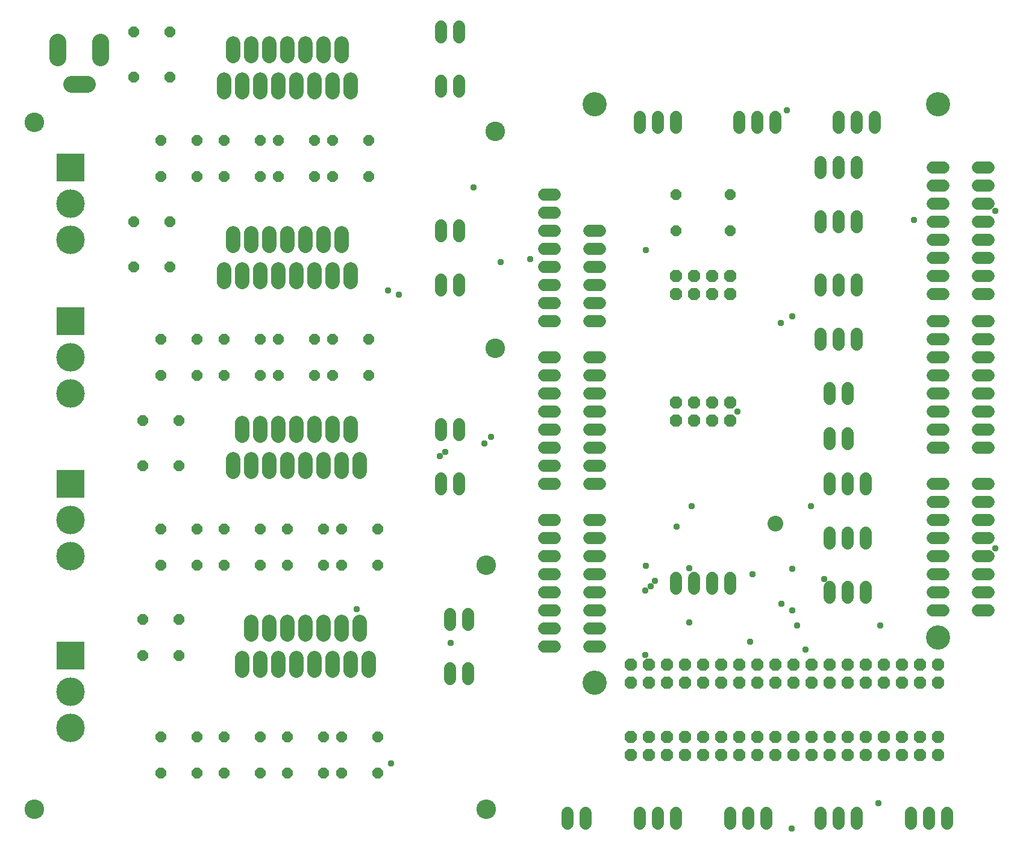
<source format=gbs>
G75*
%MOIN*%
%OFA0B0*%
%FSLAX25Y25*%
%IPPOS*%
%LPD*%
%AMOC8*
5,1,8,0,0,1.08239X$1,22.5*
%
%ADD10C,0.10800*%
%ADD11C,0.06800*%
%ADD12OC8,0.06000*%
%ADD13OC8,0.06800*%
%ADD14C,0.07887*%
%ADD15C,0.13398*%
%ADD16C,0.08674*%
%ADD17R,0.15800X0.15800*%
%ADD18C,0.15800*%
%ADD19C,0.09400*%
%ADD20C,0.03778*%
D10*
X0021300Y0021300D03*
X0271300Y0021300D03*
X0271300Y0156300D03*
X0276300Y0276300D03*
X0276300Y0396300D03*
X0021300Y0401300D03*
D11*
X0246300Y0418300D02*
X0246300Y0424300D01*
X0256300Y0424300D02*
X0256300Y0418300D01*
X0256300Y0448300D02*
X0256300Y0454300D01*
X0246300Y0454300D02*
X0246300Y0448300D01*
X0303300Y0361300D02*
X0309300Y0361300D01*
X0309300Y0351300D02*
X0303300Y0351300D01*
X0303300Y0341300D02*
X0309300Y0341300D01*
X0309300Y0331300D02*
X0303300Y0331300D01*
X0303300Y0321300D02*
X0309300Y0321300D01*
X0309300Y0311300D02*
X0303300Y0311300D01*
X0303300Y0301300D02*
X0309300Y0301300D01*
X0309300Y0291300D02*
X0303300Y0291300D01*
X0303300Y0271300D02*
X0309300Y0271300D01*
X0309300Y0261300D02*
X0303300Y0261300D01*
X0303300Y0251300D02*
X0309300Y0251300D01*
X0309300Y0241300D02*
X0303300Y0241300D01*
X0303300Y0231300D02*
X0309300Y0231300D01*
X0309300Y0221300D02*
X0303300Y0221300D01*
X0303300Y0211300D02*
X0309300Y0211300D01*
X0309300Y0201300D02*
X0303300Y0201300D01*
X0303300Y0181300D02*
X0309300Y0181300D01*
X0309300Y0171300D02*
X0303300Y0171300D01*
X0303300Y0161300D02*
X0309300Y0161300D01*
X0309300Y0151300D02*
X0303300Y0151300D01*
X0303300Y0141300D02*
X0309300Y0141300D01*
X0309300Y0131300D02*
X0303300Y0131300D01*
X0303300Y0121300D02*
X0309300Y0121300D01*
X0309300Y0111300D02*
X0303300Y0111300D01*
X0328300Y0111300D02*
X0334300Y0111300D01*
X0334300Y0121300D02*
X0328300Y0121300D01*
X0328300Y0131300D02*
X0334300Y0131300D01*
X0334300Y0141300D02*
X0328300Y0141300D01*
X0328300Y0151300D02*
X0334300Y0151300D01*
X0334300Y0161300D02*
X0328300Y0161300D01*
X0328300Y0171300D02*
X0334300Y0171300D01*
X0334300Y0181300D02*
X0328300Y0181300D01*
X0328300Y0201300D02*
X0334300Y0201300D01*
X0334300Y0211300D02*
X0328300Y0211300D01*
X0328300Y0221300D02*
X0334300Y0221300D01*
X0334300Y0231300D02*
X0328300Y0231300D01*
X0328300Y0241300D02*
X0334300Y0241300D01*
X0334300Y0251300D02*
X0328300Y0251300D01*
X0328300Y0261300D02*
X0334300Y0261300D01*
X0334300Y0271300D02*
X0328300Y0271300D01*
X0328300Y0291300D02*
X0334300Y0291300D01*
X0334300Y0301300D02*
X0328300Y0301300D01*
X0328300Y0311300D02*
X0334300Y0311300D01*
X0334300Y0321300D02*
X0328300Y0321300D01*
X0328300Y0331300D02*
X0334300Y0331300D01*
X0334300Y0341300D02*
X0328300Y0341300D01*
X0356300Y0398300D02*
X0356300Y0404300D01*
X0366300Y0404300D02*
X0366300Y0398300D01*
X0376300Y0398300D02*
X0376300Y0404300D01*
X0411300Y0404300D02*
X0411300Y0398300D01*
X0421300Y0398300D02*
X0421300Y0404300D01*
X0431300Y0404300D02*
X0431300Y0398300D01*
X0456300Y0379300D02*
X0456300Y0373300D01*
X0466300Y0373300D02*
X0466300Y0379300D01*
X0476300Y0379300D02*
X0476300Y0373300D01*
X0476300Y0349300D02*
X0476300Y0343300D01*
X0466300Y0343300D02*
X0466300Y0349300D01*
X0456300Y0349300D02*
X0456300Y0343300D01*
X0456300Y0314300D02*
X0456300Y0308300D01*
X0466300Y0308300D02*
X0466300Y0314300D01*
X0476300Y0314300D02*
X0476300Y0308300D01*
X0476300Y0284300D02*
X0476300Y0278300D01*
X0466300Y0278300D02*
X0466300Y0284300D01*
X0456300Y0284300D02*
X0456300Y0278300D01*
X0461300Y0254300D02*
X0461300Y0248300D01*
X0471300Y0248300D02*
X0471300Y0254300D01*
X0471300Y0229300D02*
X0471300Y0223300D01*
X0461300Y0223300D02*
X0461300Y0229300D01*
X0461300Y0204300D02*
X0461300Y0198300D01*
X0471300Y0198300D02*
X0471300Y0204300D01*
X0481300Y0204300D02*
X0481300Y0198300D01*
X0481300Y0174300D02*
X0481300Y0168300D01*
X0471300Y0168300D02*
X0471300Y0174300D01*
X0461300Y0174300D02*
X0461300Y0168300D01*
X0461300Y0144300D02*
X0461300Y0138300D01*
X0471300Y0138300D02*
X0471300Y0144300D01*
X0481300Y0144300D02*
X0481300Y0138300D01*
X0518300Y0141300D02*
X0524300Y0141300D01*
X0524300Y0131300D02*
X0518300Y0131300D01*
X0518300Y0151300D02*
X0524300Y0151300D01*
X0524300Y0161300D02*
X0518300Y0161300D01*
X0518300Y0171300D02*
X0524300Y0171300D01*
X0524300Y0181300D02*
X0518300Y0181300D01*
X0518300Y0191300D02*
X0524300Y0191300D01*
X0524300Y0201300D02*
X0518300Y0201300D01*
X0518300Y0221300D02*
X0524300Y0221300D01*
X0524300Y0231300D02*
X0518300Y0231300D01*
X0518300Y0241300D02*
X0524300Y0241300D01*
X0524300Y0251300D02*
X0518300Y0251300D01*
X0518300Y0261300D02*
X0524300Y0261300D01*
X0524300Y0271300D02*
X0518300Y0271300D01*
X0518300Y0281300D02*
X0524300Y0281300D01*
X0524300Y0291300D02*
X0518300Y0291300D01*
X0518300Y0306300D02*
X0524300Y0306300D01*
X0524300Y0316300D02*
X0518300Y0316300D01*
X0518300Y0326300D02*
X0524300Y0326300D01*
X0524300Y0336300D02*
X0518300Y0336300D01*
X0518300Y0346300D02*
X0524300Y0346300D01*
X0524300Y0356300D02*
X0518300Y0356300D01*
X0518300Y0366300D02*
X0524300Y0366300D01*
X0524300Y0376300D02*
X0518300Y0376300D01*
X0543300Y0376300D02*
X0549300Y0376300D01*
X0549300Y0366300D02*
X0543300Y0366300D01*
X0543300Y0356300D02*
X0549300Y0356300D01*
X0549300Y0346300D02*
X0543300Y0346300D01*
X0543300Y0336300D02*
X0549300Y0336300D01*
X0549300Y0326300D02*
X0543300Y0326300D01*
X0543300Y0316300D02*
X0549300Y0316300D01*
X0549300Y0306300D02*
X0543300Y0306300D01*
X0543300Y0291300D02*
X0549300Y0291300D01*
X0549300Y0281300D02*
X0543300Y0281300D01*
X0543300Y0271300D02*
X0549300Y0271300D01*
X0549300Y0261300D02*
X0543300Y0261300D01*
X0543300Y0251300D02*
X0549300Y0251300D01*
X0549300Y0241300D02*
X0543300Y0241300D01*
X0543300Y0231300D02*
X0549300Y0231300D01*
X0549300Y0221300D02*
X0543300Y0221300D01*
X0543300Y0201300D02*
X0549300Y0201300D01*
X0549300Y0191300D02*
X0543300Y0191300D01*
X0543300Y0181300D02*
X0549300Y0181300D01*
X0549300Y0171300D02*
X0543300Y0171300D01*
X0543300Y0161300D02*
X0549300Y0161300D01*
X0549300Y0151300D02*
X0543300Y0151300D01*
X0543300Y0141300D02*
X0549300Y0141300D01*
X0549300Y0131300D02*
X0543300Y0131300D01*
X0526300Y0019300D02*
X0526300Y0013300D01*
X0516300Y0013300D02*
X0516300Y0019300D01*
X0506300Y0019300D02*
X0506300Y0013300D01*
X0476300Y0013300D02*
X0476300Y0019300D01*
X0466300Y0019300D02*
X0466300Y0013300D01*
X0456300Y0013300D02*
X0456300Y0019300D01*
X0426300Y0019300D02*
X0426300Y0013300D01*
X0416300Y0013300D02*
X0416300Y0019300D01*
X0406300Y0019300D02*
X0406300Y0013300D01*
X0376300Y0013300D02*
X0376300Y0019300D01*
X0366300Y0019300D02*
X0366300Y0013300D01*
X0356300Y0013300D02*
X0356300Y0019300D01*
X0326300Y0019300D02*
X0326300Y0013300D01*
X0316300Y0013300D02*
X0316300Y0019300D01*
X0261300Y0093300D02*
X0261300Y0099300D01*
X0251300Y0099300D02*
X0251300Y0093300D01*
X0251300Y0123300D02*
X0251300Y0129300D01*
X0261300Y0129300D02*
X0261300Y0123300D01*
X0256300Y0198300D02*
X0256300Y0204300D01*
X0246300Y0204300D02*
X0246300Y0198300D01*
X0246300Y0228300D02*
X0246300Y0234300D01*
X0256300Y0234300D02*
X0256300Y0228300D01*
X0256300Y0308300D02*
X0256300Y0314300D01*
X0246300Y0314300D02*
X0246300Y0308300D01*
X0246300Y0338300D02*
X0246300Y0344300D01*
X0256300Y0344300D02*
X0256300Y0338300D01*
X0466300Y0398300D02*
X0466300Y0404300D01*
X0476300Y0404300D02*
X0476300Y0398300D01*
X0486300Y0398300D02*
X0486300Y0404300D01*
X0406300Y0149300D02*
X0406300Y0143300D01*
X0396300Y0143300D02*
X0396300Y0149300D01*
X0386300Y0149300D02*
X0386300Y0143300D01*
X0376300Y0143300D02*
X0376300Y0149300D01*
D12*
X0211300Y0156300D03*
X0191300Y0156300D03*
X0181300Y0156300D03*
X0181300Y0176300D03*
X0191300Y0176300D03*
X0211300Y0176300D03*
X0161300Y0176300D03*
X0146300Y0176300D03*
X0146300Y0156300D03*
X0161300Y0156300D03*
X0126300Y0156300D03*
X0111300Y0156300D03*
X0091300Y0156300D03*
X0091300Y0176300D03*
X0111300Y0176300D03*
X0126300Y0176300D03*
X0101300Y0211300D03*
X0081300Y0211300D03*
X0081300Y0236300D03*
X0101300Y0236300D03*
X0091300Y0261300D03*
X0111300Y0261300D03*
X0126300Y0261300D03*
X0126300Y0281300D03*
X0111300Y0281300D03*
X0091300Y0281300D03*
X0096300Y0321300D03*
X0076300Y0321300D03*
X0076300Y0346300D03*
X0096300Y0346300D03*
X0091300Y0371300D03*
X0111300Y0371300D03*
X0126300Y0371300D03*
X0126300Y0391300D03*
X0111300Y0391300D03*
X0091300Y0391300D03*
X0096300Y0426300D03*
X0076300Y0426300D03*
X0076300Y0451300D03*
X0096300Y0451300D03*
X0146300Y0391300D03*
X0156300Y0391300D03*
X0156300Y0371300D03*
X0146300Y0371300D03*
X0176300Y0371300D03*
X0186300Y0371300D03*
X0206300Y0371300D03*
X0206300Y0391300D03*
X0186300Y0391300D03*
X0176300Y0391300D03*
X0176300Y0281300D03*
X0186300Y0281300D03*
X0206300Y0281300D03*
X0206300Y0261300D03*
X0186300Y0261300D03*
X0176300Y0261300D03*
X0156300Y0261300D03*
X0146300Y0261300D03*
X0146300Y0281300D03*
X0156300Y0281300D03*
X0101300Y0126300D03*
X0101300Y0106300D03*
X0081300Y0106300D03*
X0081300Y0126300D03*
X0091300Y0061300D03*
X0111300Y0061300D03*
X0126300Y0061300D03*
X0126300Y0041300D03*
X0111300Y0041300D03*
X0091300Y0041300D03*
X0146300Y0041300D03*
X0161300Y0041300D03*
X0161300Y0061300D03*
X0146300Y0061300D03*
X0181300Y0061300D03*
X0191300Y0061300D03*
X0211300Y0061300D03*
X0211300Y0041300D03*
X0191300Y0041300D03*
X0181300Y0041300D03*
X0376300Y0341300D03*
X0376300Y0361300D03*
X0406300Y0361300D03*
X0406300Y0341300D03*
D13*
X0406300Y0316300D03*
X0406300Y0306300D03*
X0396300Y0306300D03*
X0396300Y0316300D03*
X0386300Y0316300D03*
X0386300Y0306300D03*
X0376300Y0306300D03*
X0376300Y0316300D03*
X0376300Y0246300D03*
X0376300Y0236300D03*
X0386300Y0236300D03*
X0386300Y0246300D03*
X0396300Y0246300D03*
X0396300Y0236300D03*
X0406300Y0236300D03*
X0406300Y0246300D03*
X0401300Y0101300D03*
X0401300Y0091300D03*
X0391300Y0091300D03*
X0391300Y0101300D03*
X0381300Y0101300D03*
X0381300Y0091300D03*
X0371300Y0091300D03*
X0361300Y0091300D03*
X0361300Y0101300D03*
X0371300Y0101300D03*
X0351300Y0101300D03*
X0351300Y0091300D03*
X0351300Y0061300D03*
X0351300Y0051300D03*
X0361300Y0051300D03*
X0371300Y0051300D03*
X0371300Y0061300D03*
X0361300Y0061300D03*
X0381300Y0061300D03*
X0381300Y0051300D03*
X0391300Y0051300D03*
X0391300Y0061300D03*
X0401300Y0061300D03*
X0401300Y0051300D03*
X0411300Y0051300D03*
X0421300Y0051300D03*
X0421300Y0061300D03*
X0411300Y0061300D03*
X0431300Y0061300D03*
X0431300Y0051300D03*
X0441300Y0051300D03*
X0441300Y0061300D03*
X0451300Y0061300D03*
X0461300Y0061300D03*
X0461300Y0051300D03*
X0451300Y0051300D03*
X0471300Y0051300D03*
X0471300Y0061300D03*
X0481300Y0061300D03*
X0481300Y0051300D03*
X0491300Y0051300D03*
X0491300Y0061300D03*
X0501300Y0061300D03*
X0511300Y0061300D03*
X0511300Y0051300D03*
X0501300Y0051300D03*
X0521300Y0051300D03*
X0521300Y0061300D03*
X0521300Y0091300D03*
X0521300Y0101300D03*
X0511300Y0101300D03*
X0501300Y0101300D03*
X0501300Y0091300D03*
X0511300Y0091300D03*
X0491300Y0091300D03*
X0491300Y0101300D03*
X0481300Y0101300D03*
X0481300Y0091300D03*
X0471300Y0091300D03*
X0471300Y0101300D03*
X0461300Y0101300D03*
X0451300Y0101300D03*
X0451300Y0091300D03*
X0461300Y0091300D03*
X0441300Y0091300D03*
X0441300Y0101300D03*
X0431300Y0101300D03*
X0431300Y0091300D03*
X0421300Y0091300D03*
X0411300Y0091300D03*
X0411300Y0101300D03*
X0421300Y0101300D03*
D14*
X0206300Y0097757D02*
X0206300Y0104843D01*
X0196300Y0104843D02*
X0196300Y0097757D01*
X0186300Y0097757D02*
X0186300Y0104843D01*
X0176300Y0104843D02*
X0176300Y0097757D01*
X0166300Y0097757D02*
X0166300Y0104843D01*
X0156300Y0104843D02*
X0156300Y0097757D01*
X0146300Y0097757D02*
X0146300Y0104843D01*
X0136300Y0104843D02*
X0136300Y0097757D01*
X0141300Y0117757D02*
X0141300Y0124843D01*
X0151300Y0124843D02*
X0151300Y0117757D01*
X0161300Y0117757D02*
X0161300Y0124843D01*
X0171300Y0124843D02*
X0171300Y0117757D01*
X0181300Y0117757D02*
X0181300Y0124843D01*
X0191300Y0124843D02*
X0191300Y0117757D01*
X0201300Y0117757D02*
X0201300Y0124843D01*
X0201300Y0207757D02*
X0201300Y0214843D01*
X0191300Y0214843D02*
X0191300Y0207757D01*
X0181300Y0207757D02*
X0181300Y0214843D01*
X0171300Y0214843D02*
X0171300Y0207757D01*
X0161300Y0207757D02*
X0161300Y0214843D01*
X0151300Y0214843D02*
X0151300Y0207757D01*
X0141300Y0207757D02*
X0141300Y0214843D01*
X0131300Y0214843D02*
X0131300Y0207757D01*
X0136300Y0227757D02*
X0136300Y0234843D01*
X0146300Y0234843D02*
X0146300Y0227757D01*
X0156300Y0227757D02*
X0156300Y0234843D01*
X0166300Y0234843D02*
X0166300Y0227757D01*
X0176300Y0227757D02*
X0176300Y0234843D01*
X0186300Y0234843D02*
X0186300Y0227757D01*
X0196300Y0227757D02*
X0196300Y0234843D01*
X0196300Y0312757D02*
X0196300Y0319843D01*
X0186300Y0319843D02*
X0186300Y0312757D01*
X0176300Y0312757D02*
X0176300Y0319843D01*
X0166300Y0319843D02*
X0166300Y0312757D01*
X0156300Y0312757D02*
X0156300Y0319843D01*
X0146300Y0319843D02*
X0146300Y0312757D01*
X0136300Y0312757D02*
X0136300Y0319843D01*
X0126300Y0319843D02*
X0126300Y0312757D01*
X0131300Y0332757D02*
X0131300Y0339843D01*
X0141300Y0339843D02*
X0141300Y0332757D01*
X0151300Y0332757D02*
X0151300Y0339843D01*
X0161300Y0339843D02*
X0161300Y0332757D01*
X0171300Y0332757D02*
X0171300Y0339843D01*
X0181300Y0339843D02*
X0181300Y0332757D01*
X0191300Y0332757D02*
X0191300Y0339843D01*
X0186300Y0417757D02*
X0186300Y0424843D01*
X0196300Y0424843D02*
X0196300Y0417757D01*
X0176300Y0417757D02*
X0176300Y0424843D01*
X0166300Y0424843D02*
X0166300Y0417757D01*
X0156300Y0417757D02*
X0156300Y0424843D01*
X0146300Y0424843D02*
X0146300Y0417757D01*
X0136300Y0417757D02*
X0136300Y0424843D01*
X0126300Y0424843D02*
X0126300Y0417757D01*
X0131300Y0437757D02*
X0131300Y0444843D01*
X0141300Y0444843D02*
X0141300Y0437757D01*
X0151300Y0437757D02*
X0151300Y0444843D01*
X0161300Y0444843D02*
X0161300Y0437757D01*
X0171300Y0437757D02*
X0171300Y0444843D01*
X0181300Y0444843D02*
X0181300Y0437757D01*
X0191300Y0437757D02*
X0191300Y0444843D01*
D15*
X0331300Y0411300D03*
X0521300Y0411300D03*
X0521300Y0116300D03*
X0331300Y0091300D03*
D16*
X0431300Y0179300D03*
D17*
X0041300Y0201300D03*
X0041300Y0291300D03*
X0041300Y0376300D03*
X0041300Y0106300D03*
D18*
X0041300Y0086300D03*
X0041300Y0066300D03*
X0041300Y0161300D03*
X0041300Y0181300D03*
X0041300Y0251300D03*
X0041300Y0271300D03*
X0041300Y0336300D03*
X0041300Y0356300D03*
D19*
X0042000Y0422402D02*
X0050600Y0422402D01*
X0058111Y0437000D02*
X0058111Y0445600D01*
X0034489Y0445600D02*
X0034489Y0437000D01*
D20*
X0217100Y0308300D03*
X0223100Y0305900D03*
X0279500Y0323900D03*
X0295700Y0325700D03*
X0264500Y0365300D03*
X0359900Y0330500D03*
X0434300Y0290300D03*
X0440900Y0293900D03*
X0410300Y0241100D03*
X0385100Y0188900D03*
X0376700Y0177500D03*
X0383900Y0154700D03*
X0364700Y0147500D03*
X0362300Y0144500D03*
X0359300Y0142100D03*
X0359900Y0155900D03*
X0383900Y0124700D03*
X0359300Y0106700D03*
X0417500Y0113900D03*
X0443300Y0122900D03*
X0440900Y0131300D03*
X0434900Y0134900D03*
X0418700Y0151100D03*
X0440900Y0154100D03*
X0458300Y0148700D03*
X0489500Y0122900D03*
X0448100Y0109700D03*
X0451100Y0188900D03*
X0553100Y0165500D03*
X0488300Y0024500D03*
X0440300Y0010700D03*
X0251900Y0113300D03*
X0199700Y0131900D03*
X0218900Y0046700D03*
X0245900Y0216500D03*
X0248900Y0218900D03*
X0270500Y0223700D03*
X0274100Y0227300D03*
X0437900Y0407900D03*
X0508100Y0347300D03*
X0553100Y0352100D03*
M02*

</source>
